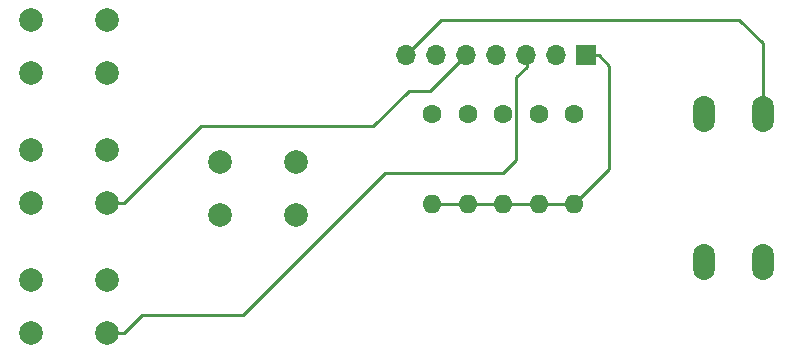
<source format=gbr>
G04 #@! TF.GenerationSoftware,KiCad,Pcbnew,(5.1.5)-3*
G04 #@! TF.CreationDate,2020-07-19T03:38:45+05:30*
G04 #@! TF.ProjectId,HA-Button-V1.0,48412d42-7574-4746-9f6e-2d56312e302e,rev?*
G04 #@! TF.SameCoordinates,Original*
G04 #@! TF.FileFunction,Copper,L2,Bot*
G04 #@! TF.FilePolarity,Positive*
%FSLAX46Y46*%
G04 Gerber Fmt 4.6, Leading zero omitted, Abs format (unit mm)*
G04 Created by KiCad (PCBNEW (5.1.5)-3) date 2020-07-19 03:38:45*
%MOMM*%
%LPD*%
G04 APERTURE LIST*
%ADD10O,1.850000X3.048000*%
%ADD11C,2.000000*%
%ADD12O,1.600000X1.600000*%
%ADD13C,1.600000*%
%ADD14O,1.700000X1.700000*%
%ADD15R,1.700000X1.700000*%
%ADD16C,0.250000*%
G04 APERTURE END LIST*
D10*
X133000000Y-82000000D03*
X138000000Y-82000000D03*
X133000000Y-94500000D03*
X138000000Y-94500000D03*
D11*
X82500000Y-96000000D03*
X82500000Y-100500000D03*
X76000000Y-96000000D03*
X76000000Y-100500000D03*
X82500000Y-74000000D03*
X82500000Y-78500000D03*
X76000000Y-74000000D03*
X76000000Y-78500000D03*
X82500000Y-85000000D03*
X82500000Y-89500000D03*
X76000000Y-85000000D03*
X76000000Y-89500000D03*
X98500000Y-86000000D03*
X98500000Y-90500000D03*
X92000000Y-86000000D03*
X92000000Y-90500000D03*
D12*
X122000000Y-89620000D03*
D13*
X122000000Y-82000000D03*
D12*
X119000000Y-89620000D03*
D13*
X119000000Y-82000000D03*
D12*
X116000000Y-89620000D03*
D13*
X116000000Y-82000000D03*
D12*
X113000000Y-89620000D03*
D13*
X113000000Y-82000000D03*
D12*
X110000000Y-89620000D03*
D13*
X110000000Y-82000000D03*
D14*
X107760000Y-77000000D03*
X110300000Y-77000000D03*
X112840000Y-77000000D03*
X115380000Y-77000000D03*
X117920000Y-77000000D03*
X120460000Y-77000000D03*
D15*
X123000000Y-77000000D03*
D16*
X138000000Y-82000000D02*
X138000000Y-76000000D01*
X138000000Y-76000000D02*
X136000000Y-74000000D01*
X110760000Y-74000000D02*
X107760000Y-77000000D01*
X136000000Y-74000000D02*
X110760000Y-74000000D01*
X109840000Y-80000000D02*
X112840000Y-77000000D01*
X83914213Y-89500000D02*
X90414213Y-83000000D01*
X82500000Y-89500000D02*
X83914213Y-89500000D01*
X105000000Y-83000000D02*
X108000000Y-80000000D01*
X90414213Y-83000000D02*
X105000000Y-83000000D01*
X108000000Y-80000000D02*
X109840000Y-80000000D01*
X83914213Y-100500000D02*
X85414213Y-99000000D01*
X82500000Y-100500000D02*
X83914213Y-100500000D01*
X85414213Y-99000000D02*
X94000000Y-99000000D01*
X94000000Y-99000000D02*
X106000000Y-87000000D01*
X106000000Y-87000000D02*
X116000000Y-87000000D01*
X117125001Y-85874999D02*
X117125001Y-78874999D01*
X116000000Y-87000000D02*
X117125001Y-85874999D01*
X117125001Y-78874999D02*
X118000000Y-78000000D01*
X118000000Y-77080000D02*
X117920000Y-77000000D01*
X118000000Y-78000000D02*
X118000000Y-77080000D01*
X124100000Y-77000000D02*
X125000000Y-77900000D01*
X123000000Y-77000000D02*
X124100000Y-77000000D01*
X125000000Y-86620000D02*
X122000000Y-89620000D01*
X125000000Y-77900000D02*
X125000000Y-86620000D01*
X122000000Y-89620000D02*
X119000000Y-89620000D01*
X119000000Y-89620000D02*
X116000000Y-89620000D01*
X116000000Y-89620000D02*
X113000000Y-89620000D01*
X113000000Y-89620000D02*
X110000000Y-89620000D01*
M02*

</source>
